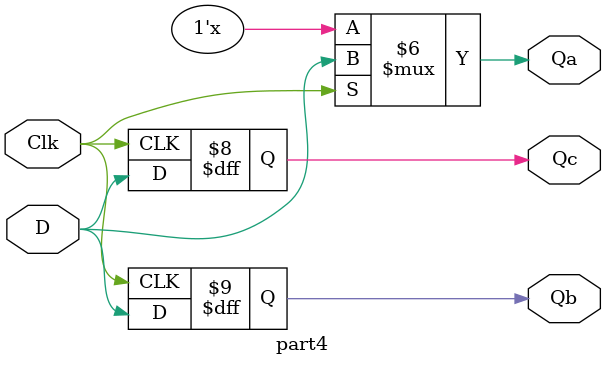
<source format=v>
module part4 (Clk, D, Qa, Qb, Qc);
	input Clk, D;
	output reg Qa, Qb, Qc;
	
	// gated D-latch
	always @( * )
		if (Clk == 1'b1)
			Qa = D;
	
	// positive-edge triggered D FF
	always @(posedge Clk)
		Qb <= D;
	
	// negative-edge triggered D FF 
	always @(negedge Clk)
		Qc <= D;
endmodule

</source>
